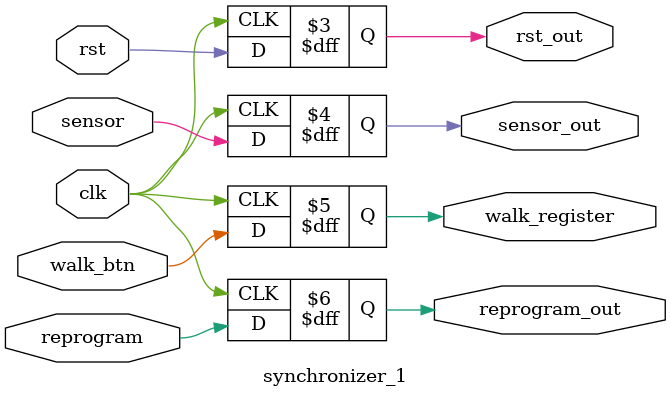
<source format=v>
module synchronizer_1(clk, rst, sensor,reprogram, walk_btn, rst_out, sensor_out, walk_register, 
reprogram_out);
	input clk;
	input rst;
	input sensor;
	input reprogram;
	input walk_btn;
	output rst_out;
	output sensor_out;
	output walk_register;
	output reprogram_out;
	reg rst_out, sensor_out, walk_register, reprogram_out;
	initial
		begin	
			rst_out <= 0;
			sensor_out <= 0;
			walk_register <= 0; 
			reprogram_out <= 0;
		end
	always @ (posedge clk)
		begin
			rst_out <= rst;
			sensor_out <= sensor;
			walk_register <= walk_btn;
			reprogram_out <= reprogram;
		end
endmodule
</source>
